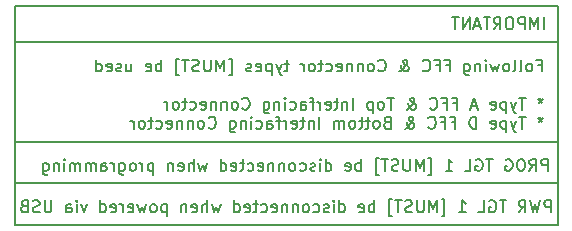
<source format=gbr>
%TF.GenerationSoftware,KiCad,Pcbnew,(6.0.1)*%
%TF.CreationDate,2022-09-26T20:39:57+01:00*%
%TF.ProjectId,psp-bluetooth,7073702d-626c-4756-9574-6f6f74682e6b,4*%
%TF.SameCoordinates,Original*%
%TF.FileFunction,Legend,Bot*%
%TF.FilePolarity,Positive*%
%FSLAX46Y46*%
G04 Gerber Fmt 4.6, Leading zero omitted, Abs format (unit mm)*
G04 Created by KiCad (PCBNEW (6.0.1)) date 2022-09-26 20:39:57*
%MOMM*%
%LPD*%
G01*
G04 APERTURE LIST*
%ADD10C,0.150000*%
G04 APERTURE END LIST*
D10*
X156500000Y-85500000D02*
X110500000Y-85500000D01*
X156500000Y-75000000D02*
X156500000Y-74000000D01*
X110500000Y-74000000D02*
X156500000Y-74000000D01*
X156500000Y-74500000D02*
X156500000Y-92500000D01*
X156500000Y-92500000D02*
X110500000Y-92500000D01*
X110500000Y-92500000D02*
X110500000Y-74000000D01*
X110500000Y-89000000D02*
X156500000Y-89000000D01*
X156500000Y-77000000D02*
X110500000Y-77000000D01*
X110500000Y-85500000D02*
X110500000Y-89000000D01*
X155904761Y-91452380D02*
X155904761Y-90452380D01*
X155523809Y-90452380D01*
X155428571Y-90500000D01*
X155380952Y-90547619D01*
X155333333Y-90642857D01*
X155333333Y-90785714D01*
X155380952Y-90880952D01*
X155428571Y-90928571D01*
X155523809Y-90976190D01*
X155904761Y-90976190D01*
X155000000Y-90452380D02*
X154761904Y-91452380D01*
X154571428Y-90738095D01*
X154380952Y-91452380D01*
X154142857Y-90452380D01*
X153190476Y-91452380D02*
X153523809Y-90976190D01*
X153761904Y-91452380D02*
X153761904Y-90452380D01*
X153380952Y-90452380D01*
X153285714Y-90500000D01*
X153238095Y-90547619D01*
X153190476Y-90642857D01*
X153190476Y-90785714D01*
X153238095Y-90880952D01*
X153285714Y-90928571D01*
X153380952Y-90976190D01*
X153761904Y-90976190D01*
X152142857Y-90452380D02*
X151571428Y-90452380D01*
X151857142Y-91452380D02*
X151857142Y-90452380D01*
X150714285Y-90500000D02*
X150809523Y-90452380D01*
X150952380Y-90452380D01*
X151095238Y-90500000D01*
X151190476Y-90595238D01*
X151238095Y-90690476D01*
X151285714Y-90880952D01*
X151285714Y-91023809D01*
X151238095Y-91214285D01*
X151190476Y-91309523D01*
X151095238Y-91404761D01*
X150952380Y-91452380D01*
X150857142Y-91452380D01*
X150714285Y-91404761D01*
X150666666Y-91357142D01*
X150666666Y-91023809D01*
X150857142Y-91023809D01*
X149761904Y-91452380D02*
X150238095Y-91452380D01*
X150238095Y-90452380D01*
X148142857Y-91452380D02*
X148714285Y-91452380D01*
X148428571Y-91452380D02*
X148428571Y-90452380D01*
X148523809Y-90595238D01*
X148619047Y-90690476D01*
X148714285Y-90738095D01*
X146666666Y-91785714D02*
X146904761Y-91785714D01*
X146904761Y-90357142D01*
X146666666Y-90357142D01*
X146285714Y-91452380D02*
X146285714Y-90452380D01*
X145952380Y-91166666D01*
X145619047Y-90452380D01*
X145619047Y-91452380D01*
X145142857Y-90452380D02*
X145142857Y-91261904D01*
X145095238Y-91357142D01*
X145047619Y-91404761D01*
X144952380Y-91452380D01*
X144761904Y-91452380D01*
X144666666Y-91404761D01*
X144619047Y-91357142D01*
X144571428Y-91261904D01*
X144571428Y-90452380D01*
X144142857Y-91404761D02*
X144000000Y-91452380D01*
X143761904Y-91452380D01*
X143666666Y-91404761D01*
X143619047Y-91357142D01*
X143571428Y-91261904D01*
X143571428Y-91166666D01*
X143619047Y-91071428D01*
X143666666Y-91023809D01*
X143761904Y-90976190D01*
X143952380Y-90928571D01*
X144047619Y-90880952D01*
X144095238Y-90833333D01*
X144142857Y-90738095D01*
X144142857Y-90642857D01*
X144095238Y-90547619D01*
X144047619Y-90500000D01*
X143952380Y-90452380D01*
X143714285Y-90452380D01*
X143571428Y-90500000D01*
X143285714Y-90452380D02*
X142714285Y-90452380D01*
X143000000Y-91452380D02*
X143000000Y-90452380D01*
X142476190Y-91785714D02*
X142238095Y-91785714D01*
X142238095Y-90357142D01*
X142476190Y-90357142D01*
X140952380Y-91452380D02*
X140952380Y-90452380D01*
X140952380Y-90833333D02*
X140857142Y-90785714D01*
X140666666Y-90785714D01*
X140571428Y-90833333D01*
X140523809Y-90880952D01*
X140476190Y-90976190D01*
X140476190Y-91261904D01*
X140523809Y-91357142D01*
X140571428Y-91404761D01*
X140666666Y-91452380D01*
X140857142Y-91452380D01*
X140952380Y-91404761D01*
X139666666Y-91404761D02*
X139761904Y-91452380D01*
X139952380Y-91452380D01*
X140047619Y-91404761D01*
X140095238Y-91309523D01*
X140095238Y-90928571D01*
X140047619Y-90833333D01*
X139952380Y-90785714D01*
X139761904Y-90785714D01*
X139666666Y-90833333D01*
X139619047Y-90928571D01*
X139619047Y-91023809D01*
X140095238Y-91119047D01*
X138000000Y-91452380D02*
X138000000Y-90452380D01*
X138000000Y-91404761D02*
X138095238Y-91452380D01*
X138285714Y-91452380D01*
X138380952Y-91404761D01*
X138428571Y-91357142D01*
X138476190Y-91261904D01*
X138476190Y-90976190D01*
X138428571Y-90880952D01*
X138380952Y-90833333D01*
X138285714Y-90785714D01*
X138095238Y-90785714D01*
X138000000Y-90833333D01*
X137523809Y-91452380D02*
X137523809Y-90785714D01*
X137523809Y-90452380D02*
X137571428Y-90500000D01*
X137523809Y-90547619D01*
X137476190Y-90500000D01*
X137523809Y-90452380D01*
X137523809Y-90547619D01*
X137095238Y-91404761D02*
X137000000Y-91452380D01*
X136809523Y-91452380D01*
X136714285Y-91404761D01*
X136666666Y-91309523D01*
X136666666Y-91261904D01*
X136714285Y-91166666D01*
X136809523Y-91119047D01*
X136952380Y-91119047D01*
X137047619Y-91071428D01*
X137095238Y-90976190D01*
X137095238Y-90928571D01*
X137047619Y-90833333D01*
X136952380Y-90785714D01*
X136809523Y-90785714D01*
X136714285Y-90833333D01*
X135809523Y-91404761D02*
X135904761Y-91452380D01*
X136095238Y-91452380D01*
X136190476Y-91404761D01*
X136238095Y-91357142D01*
X136285714Y-91261904D01*
X136285714Y-90976190D01*
X136238095Y-90880952D01*
X136190476Y-90833333D01*
X136095238Y-90785714D01*
X135904761Y-90785714D01*
X135809523Y-90833333D01*
X135238095Y-91452380D02*
X135333333Y-91404761D01*
X135380952Y-91357142D01*
X135428571Y-91261904D01*
X135428571Y-90976190D01*
X135380952Y-90880952D01*
X135333333Y-90833333D01*
X135238095Y-90785714D01*
X135095238Y-90785714D01*
X135000000Y-90833333D01*
X134952380Y-90880952D01*
X134904761Y-90976190D01*
X134904761Y-91261904D01*
X134952380Y-91357142D01*
X135000000Y-91404761D01*
X135095238Y-91452380D01*
X135238095Y-91452380D01*
X134476190Y-90785714D02*
X134476190Y-91452380D01*
X134476190Y-90880952D02*
X134428571Y-90833333D01*
X134333333Y-90785714D01*
X134190476Y-90785714D01*
X134095238Y-90833333D01*
X134047619Y-90928571D01*
X134047619Y-91452380D01*
X133571428Y-90785714D02*
X133571428Y-91452380D01*
X133571428Y-90880952D02*
X133523809Y-90833333D01*
X133428571Y-90785714D01*
X133285714Y-90785714D01*
X133190476Y-90833333D01*
X133142857Y-90928571D01*
X133142857Y-91452380D01*
X132285714Y-91404761D02*
X132380952Y-91452380D01*
X132571428Y-91452380D01*
X132666666Y-91404761D01*
X132714285Y-91309523D01*
X132714285Y-90928571D01*
X132666666Y-90833333D01*
X132571428Y-90785714D01*
X132380952Y-90785714D01*
X132285714Y-90833333D01*
X132238095Y-90928571D01*
X132238095Y-91023809D01*
X132714285Y-91119047D01*
X131380952Y-91404761D02*
X131476190Y-91452380D01*
X131666666Y-91452380D01*
X131761904Y-91404761D01*
X131809523Y-91357142D01*
X131857142Y-91261904D01*
X131857142Y-90976190D01*
X131809523Y-90880952D01*
X131761904Y-90833333D01*
X131666666Y-90785714D01*
X131476190Y-90785714D01*
X131380952Y-90833333D01*
X131095238Y-90785714D02*
X130714285Y-90785714D01*
X130952380Y-90452380D02*
X130952380Y-91309523D01*
X130904761Y-91404761D01*
X130809523Y-91452380D01*
X130714285Y-91452380D01*
X130000000Y-91404761D02*
X130095238Y-91452380D01*
X130285714Y-91452380D01*
X130380952Y-91404761D01*
X130428571Y-91309523D01*
X130428571Y-90928571D01*
X130380952Y-90833333D01*
X130285714Y-90785714D01*
X130095238Y-90785714D01*
X130000000Y-90833333D01*
X129952380Y-90928571D01*
X129952380Y-91023809D01*
X130428571Y-91119047D01*
X129095238Y-91452380D02*
X129095238Y-90452380D01*
X129095238Y-91404761D02*
X129190476Y-91452380D01*
X129380952Y-91452380D01*
X129476190Y-91404761D01*
X129523809Y-91357142D01*
X129571428Y-91261904D01*
X129571428Y-90976190D01*
X129523809Y-90880952D01*
X129476190Y-90833333D01*
X129380952Y-90785714D01*
X129190476Y-90785714D01*
X129095238Y-90833333D01*
X127952380Y-90785714D02*
X127761904Y-91452380D01*
X127571428Y-90976190D01*
X127380952Y-91452380D01*
X127190476Y-90785714D01*
X126809523Y-91452380D02*
X126809523Y-90452380D01*
X126380952Y-91452380D02*
X126380952Y-90928571D01*
X126428571Y-90833333D01*
X126523809Y-90785714D01*
X126666666Y-90785714D01*
X126761904Y-90833333D01*
X126809523Y-90880952D01*
X125523809Y-91404761D02*
X125619047Y-91452380D01*
X125809523Y-91452380D01*
X125904761Y-91404761D01*
X125952380Y-91309523D01*
X125952380Y-90928571D01*
X125904761Y-90833333D01*
X125809523Y-90785714D01*
X125619047Y-90785714D01*
X125523809Y-90833333D01*
X125476190Y-90928571D01*
X125476190Y-91023809D01*
X125952380Y-91119047D01*
X125047619Y-90785714D02*
X125047619Y-91452380D01*
X125047619Y-90880952D02*
X125000000Y-90833333D01*
X124904761Y-90785714D01*
X124761904Y-90785714D01*
X124666666Y-90833333D01*
X124619047Y-90928571D01*
X124619047Y-91452380D01*
X123380952Y-90785714D02*
X123380952Y-91785714D01*
X123380952Y-90833333D02*
X123285714Y-90785714D01*
X123095238Y-90785714D01*
X123000000Y-90833333D01*
X122952380Y-90880952D01*
X122904761Y-90976190D01*
X122904761Y-91261904D01*
X122952380Y-91357142D01*
X123000000Y-91404761D01*
X123095238Y-91452380D01*
X123285714Y-91452380D01*
X123380952Y-91404761D01*
X122333333Y-91452380D02*
X122428571Y-91404761D01*
X122476190Y-91357142D01*
X122523809Y-91261904D01*
X122523809Y-90976190D01*
X122476190Y-90880952D01*
X122428571Y-90833333D01*
X122333333Y-90785714D01*
X122190476Y-90785714D01*
X122095238Y-90833333D01*
X122047619Y-90880952D01*
X122000000Y-90976190D01*
X122000000Y-91261904D01*
X122047619Y-91357142D01*
X122095238Y-91404761D01*
X122190476Y-91452380D01*
X122333333Y-91452380D01*
X121666666Y-90785714D02*
X121476190Y-91452380D01*
X121285714Y-90976190D01*
X121095238Y-91452380D01*
X120904761Y-90785714D01*
X120142857Y-91404761D02*
X120238095Y-91452380D01*
X120428571Y-91452380D01*
X120523809Y-91404761D01*
X120571428Y-91309523D01*
X120571428Y-90928571D01*
X120523809Y-90833333D01*
X120428571Y-90785714D01*
X120238095Y-90785714D01*
X120142857Y-90833333D01*
X120095238Y-90928571D01*
X120095238Y-91023809D01*
X120571428Y-91119047D01*
X119666666Y-91452380D02*
X119666666Y-90785714D01*
X119666666Y-90976190D02*
X119619047Y-90880952D01*
X119571428Y-90833333D01*
X119476190Y-90785714D01*
X119380952Y-90785714D01*
X118666666Y-91404761D02*
X118761904Y-91452380D01*
X118952380Y-91452380D01*
X119047619Y-91404761D01*
X119095238Y-91309523D01*
X119095238Y-90928571D01*
X119047619Y-90833333D01*
X118952380Y-90785714D01*
X118761904Y-90785714D01*
X118666666Y-90833333D01*
X118619047Y-90928571D01*
X118619047Y-91023809D01*
X119095238Y-91119047D01*
X117761904Y-91452380D02*
X117761904Y-90452380D01*
X117761904Y-91404761D02*
X117857142Y-91452380D01*
X118047619Y-91452380D01*
X118142857Y-91404761D01*
X118190476Y-91357142D01*
X118238095Y-91261904D01*
X118238095Y-90976190D01*
X118190476Y-90880952D01*
X118142857Y-90833333D01*
X118047619Y-90785714D01*
X117857142Y-90785714D01*
X117761904Y-90833333D01*
X116619047Y-90785714D02*
X116380952Y-91452380D01*
X116142857Y-90785714D01*
X115761904Y-91452380D02*
X115761904Y-90785714D01*
X115761904Y-90452380D02*
X115809523Y-90500000D01*
X115761904Y-90547619D01*
X115714285Y-90500000D01*
X115761904Y-90452380D01*
X115761904Y-90547619D01*
X114857142Y-91452380D02*
X114857142Y-90928571D01*
X114904761Y-90833333D01*
X115000000Y-90785714D01*
X115190476Y-90785714D01*
X115285714Y-90833333D01*
X114857142Y-91404761D02*
X114952380Y-91452380D01*
X115190476Y-91452380D01*
X115285714Y-91404761D01*
X115333333Y-91309523D01*
X115333333Y-91214285D01*
X115285714Y-91119047D01*
X115190476Y-91071428D01*
X114952380Y-91071428D01*
X114857142Y-91023809D01*
X113619047Y-90452380D02*
X113619047Y-91261904D01*
X113571428Y-91357142D01*
X113523809Y-91404761D01*
X113428571Y-91452380D01*
X113238095Y-91452380D01*
X113142857Y-91404761D01*
X113095238Y-91357142D01*
X113047619Y-91261904D01*
X113047619Y-90452380D01*
X112619047Y-91404761D02*
X112476190Y-91452380D01*
X112238095Y-91452380D01*
X112142857Y-91404761D01*
X112095238Y-91357142D01*
X112047619Y-91261904D01*
X112047619Y-91166666D01*
X112095238Y-91071428D01*
X112142857Y-91023809D01*
X112238095Y-90976190D01*
X112428571Y-90928571D01*
X112523809Y-90880952D01*
X112571428Y-90833333D01*
X112619047Y-90738095D01*
X112619047Y-90642857D01*
X112571428Y-90547619D01*
X112523809Y-90500000D01*
X112428571Y-90452380D01*
X112190476Y-90452380D01*
X112047619Y-90500000D01*
X111285714Y-90928571D02*
X111142857Y-90976190D01*
X111095238Y-91023809D01*
X111047619Y-91119047D01*
X111047619Y-91261904D01*
X111095238Y-91357142D01*
X111142857Y-91404761D01*
X111238095Y-91452380D01*
X111619047Y-91452380D01*
X111619047Y-90452380D01*
X111285714Y-90452380D01*
X111190476Y-90500000D01*
X111142857Y-90547619D01*
X111095238Y-90642857D01*
X111095238Y-90738095D01*
X111142857Y-90833333D01*
X111190476Y-90880952D01*
X111285714Y-90928571D01*
X111619047Y-90928571D01*
X154831071Y-79013571D02*
X155164404Y-79013571D01*
X155164404Y-79537380D02*
X155164404Y-78537380D01*
X154688214Y-78537380D01*
X154164404Y-79537380D02*
X154259642Y-79489761D01*
X154307261Y-79442142D01*
X154354880Y-79346904D01*
X154354880Y-79061190D01*
X154307261Y-78965952D01*
X154259642Y-78918333D01*
X154164404Y-78870714D01*
X154021547Y-78870714D01*
X153926309Y-78918333D01*
X153878690Y-78965952D01*
X153831071Y-79061190D01*
X153831071Y-79346904D01*
X153878690Y-79442142D01*
X153926309Y-79489761D01*
X154021547Y-79537380D01*
X154164404Y-79537380D01*
X153259642Y-79537380D02*
X153354880Y-79489761D01*
X153402500Y-79394523D01*
X153402500Y-78537380D01*
X152735833Y-79537380D02*
X152831071Y-79489761D01*
X152878690Y-79394523D01*
X152878690Y-78537380D01*
X152212023Y-79537380D02*
X152307261Y-79489761D01*
X152354880Y-79442142D01*
X152402500Y-79346904D01*
X152402500Y-79061190D01*
X152354880Y-78965952D01*
X152307261Y-78918333D01*
X152212023Y-78870714D01*
X152069166Y-78870714D01*
X151973928Y-78918333D01*
X151926309Y-78965952D01*
X151878690Y-79061190D01*
X151878690Y-79346904D01*
X151926309Y-79442142D01*
X151973928Y-79489761D01*
X152069166Y-79537380D01*
X152212023Y-79537380D01*
X151545357Y-78870714D02*
X151354880Y-79537380D01*
X151164404Y-79061190D01*
X150973928Y-79537380D01*
X150783452Y-78870714D01*
X150402500Y-79537380D02*
X150402500Y-78870714D01*
X150402500Y-78537380D02*
X150450119Y-78585000D01*
X150402500Y-78632619D01*
X150354880Y-78585000D01*
X150402500Y-78537380D01*
X150402500Y-78632619D01*
X149926309Y-78870714D02*
X149926309Y-79537380D01*
X149926309Y-78965952D02*
X149878690Y-78918333D01*
X149783452Y-78870714D01*
X149640595Y-78870714D01*
X149545357Y-78918333D01*
X149497738Y-79013571D01*
X149497738Y-79537380D01*
X148592976Y-78870714D02*
X148592976Y-79680238D01*
X148640595Y-79775476D01*
X148688214Y-79823095D01*
X148783452Y-79870714D01*
X148926309Y-79870714D01*
X149021547Y-79823095D01*
X148592976Y-79489761D02*
X148688214Y-79537380D01*
X148878690Y-79537380D01*
X148973928Y-79489761D01*
X149021547Y-79442142D01*
X149069166Y-79346904D01*
X149069166Y-79061190D01*
X149021547Y-78965952D01*
X148973928Y-78918333D01*
X148878690Y-78870714D01*
X148688214Y-78870714D01*
X148592976Y-78918333D01*
X147021547Y-79013571D02*
X147354880Y-79013571D01*
X147354880Y-79537380D02*
X147354880Y-78537380D01*
X146878690Y-78537380D01*
X146164404Y-79013571D02*
X146497738Y-79013571D01*
X146497738Y-79537380D02*
X146497738Y-78537380D01*
X146021547Y-78537380D01*
X145069166Y-79442142D02*
X145116785Y-79489761D01*
X145259642Y-79537380D01*
X145354880Y-79537380D01*
X145497738Y-79489761D01*
X145592976Y-79394523D01*
X145640595Y-79299285D01*
X145688214Y-79108809D01*
X145688214Y-78965952D01*
X145640595Y-78775476D01*
X145592976Y-78680238D01*
X145497738Y-78585000D01*
X145354880Y-78537380D01*
X145259642Y-78537380D01*
X145116785Y-78585000D01*
X145069166Y-78632619D01*
X143069166Y-79537380D02*
X143116785Y-79537380D01*
X143212023Y-79489761D01*
X143354880Y-79346904D01*
X143592976Y-79061190D01*
X143688214Y-78918333D01*
X143735833Y-78775476D01*
X143735833Y-78680238D01*
X143688214Y-78585000D01*
X143592976Y-78537380D01*
X143545357Y-78537380D01*
X143450119Y-78585000D01*
X143402500Y-78680238D01*
X143402500Y-78727857D01*
X143450119Y-78823095D01*
X143497738Y-78870714D01*
X143783452Y-79061190D01*
X143831071Y-79108809D01*
X143878690Y-79204047D01*
X143878690Y-79346904D01*
X143831071Y-79442142D01*
X143783452Y-79489761D01*
X143688214Y-79537380D01*
X143545357Y-79537380D01*
X143450119Y-79489761D01*
X143402500Y-79442142D01*
X143259642Y-79251666D01*
X143212023Y-79108809D01*
X143212023Y-79013571D01*
X141307261Y-79442142D02*
X141354880Y-79489761D01*
X141497738Y-79537380D01*
X141592976Y-79537380D01*
X141735833Y-79489761D01*
X141831071Y-79394523D01*
X141878690Y-79299285D01*
X141926309Y-79108809D01*
X141926309Y-78965952D01*
X141878690Y-78775476D01*
X141831071Y-78680238D01*
X141735833Y-78585000D01*
X141592976Y-78537380D01*
X141497738Y-78537380D01*
X141354880Y-78585000D01*
X141307261Y-78632619D01*
X140735833Y-79537380D02*
X140831071Y-79489761D01*
X140878690Y-79442142D01*
X140926309Y-79346904D01*
X140926309Y-79061190D01*
X140878690Y-78965952D01*
X140831071Y-78918333D01*
X140735833Y-78870714D01*
X140592976Y-78870714D01*
X140497738Y-78918333D01*
X140450119Y-78965952D01*
X140402500Y-79061190D01*
X140402500Y-79346904D01*
X140450119Y-79442142D01*
X140497738Y-79489761D01*
X140592976Y-79537380D01*
X140735833Y-79537380D01*
X139973928Y-78870714D02*
X139973928Y-79537380D01*
X139973928Y-78965952D02*
X139926309Y-78918333D01*
X139831071Y-78870714D01*
X139688214Y-78870714D01*
X139592976Y-78918333D01*
X139545357Y-79013571D01*
X139545357Y-79537380D01*
X139069166Y-78870714D02*
X139069166Y-79537380D01*
X139069166Y-78965952D02*
X139021547Y-78918333D01*
X138926309Y-78870714D01*
X138783452Y-78870714D01*
X138688214Y-78918333D01*
X138640595Y-79013571D01*
X138640595Y-79537380D01*
X137783452Y-79489761D02*
X137878690Y-79537380D01*
X138069166Y-79537380D01*
X138164404Y-79489761D01*
X138212023Y-79394523D01*
X138212023Y-79013571D01*
X138164404Y-78918333D01*
X138069166Y-78870714D01*
X137878690Y-78870714D01*
X137783452Y-78918333D01*
X137735833Y-79013571D01*
X137735833Y-79108809D01*
X138212023Y-79204047D01*
X136878690Y-79489761D02*
X136973928Y-79537380D01*
X137164404Y-79537380D01*
X137259642Y-79489761D01*
X137307261Y-79442142D01*
X137354880Y-79346904D01*
X137354880Y-79061190D01*
X137307261Y-78965952D01*
X137259642Y-78918333D01*
X137164404Y-78870714D01*
X136973928Y-78870714D01*
X136878690Y-78918333D01*
X136592976Y-78870714D02*
X136212023Y-78870714D01*
X136450119Y-78537380D02*
X136450119Y-79394523D01*
X136402500Y-79489761D01*
X136307261Y-79537380D01*
X136212023Y-79537380D01*
X135735833Y-79537380D02*
X135831071Y-79489761D01*
X135878690Y-79442142D01*
X135926309Y-79346904D01*
X135926309Y-79061190D01*
X135878690Y-78965952D01*
X135831071Y-78918333D01*
X135735833Y-78870714D01*
X135592976Y-78870714D01*
X135497738Y-78918333D01*
X135450119Y-78965952D01*
X135402500Y-79061190D01*
X135402500Y-79346904D01*
X135450119Y-79442142D01*
X135497738Y-79489761D01*
X135592976Y-79537380D01*
X135735833Y-79537380D01*
X134973928Y-79537380D02*
X134973928Y-78870714D01*
X134973928Y-79061190D02*
X134926309Y-78965952D01*
X134878690Y-78918333D01*
X134783452Y-78870714D01*
X134688214Y-78870714D01*
X133735833Y-78870714D02*
X133354880Y-78870714D01*
X133592976Y-78537380D02*
X133592976Y-79394523D01*
X133545357Y-79489761D01*
X133450119Y-79537380D01*
X133354880Y-79537380D01*
X133116785Y-78870714D02*
X132878690Y-79537380D01*
X132640595Y-78870714D02*
X132878690Y-79537380D01*
X132973928Y-79775476D01*
X133021547Y-79823095D01*
X133116785Y-79870714D01*
X132259642Y-78870714D02*
X132259642Y-79870714D01*
X132259642Y-78918333D02*
X132164404Y-78870714D01*
X131973928Y-78870714D01*
X131878690Y-78918333D01*
X131831071Y-78965952D01*
X131783452Y-79061190D01*
X131783452Y-79346904D01*
X131831071Y-79442142D01*
X131878690Y-79489761D01*
X131973928Y-79537380D01*
X132164404Y-79537380D01*
X132259642Y-79489761D01*
X130973928Y-79489761D02*
X131069166Y-79537380D01*
X131259642Y-79537380D01*
X131354880Y-79489761D01*
X131402500Y-79394523D01*
X131402500Y-79013571D01*
X131354880Y-78918333D01*
X131259642Y-78870714D01*
X131069166Y-78870714D01*
X130973928Y-78918333D01*
X130926309Y-79013571D01*
X130926309Y-79108809D01*
X131402500Y-79204047D01*
X130545357Y-79489761D02*
X130450119Y-79537380D01*
X130259642Y-79537380D01*
X130164404Y-79489761D01*
X130116785Y-79394523D01*
X130116785Y-79346904D01*
X130164404Y-79251666D01*
X130259642Y-79204047D01*
X130402500Y-79204047D01*
X130497738Y-79156428D01*
X130545357Y-79061190D01*
X130545357Y-79013571D01*
X130497738Y-78918333D01*
X130402500Y-78870714D01*
X130259642Y-78870714D01*
X130164404Y-78918333D01*
X128640595Y-79870714D02*
X128878690Y-79870714D01*
X128878690Y-78442142D01*
X128640595Y-78442142D01*
X128259642Y-79537380D02*
X128259642Y-78537380D01*
X127926309Y-79251666D01*
X127592976Y-78537380D01*
X127592976Y-79537380D01*
X127116785Y-78537380D02*
X127116785Y-79346904D01*
X127069166Y-79442142D01*
X127021547Y-79489761D01*
X126926309Y-79537380D01*
X126735833Y-79537380D01*
X126640595Y-79489761D01*
X126592976Y-79442142D01*
X126545357Y-79346904D01*
X126545357Y-78537380D01*
X126116785Y-79489761D02*
X125973928Y-79537380D01*
X125735833Y-79537380D01*
X125640595Y-79489761D01*
X125592976Y-79442142D01*
X125545357Y-79346904D01*
X125545357Y-79251666D01*
X125592976Y-79156428D01*
X125640595Y-79108809D01*
X125735833Y-79061190D01*
X125926309Y-79013571D01*
X126021547Y-78965952D01*
X126069166Y-78918333D01*
X126116785Y-78823095D01*
X126116785Y-78727857D01*
X126069166Y-78632619D01*
X126021547Y-78585000D01*
X125926309Y-78537380D01*
X125688214Y-78537380D01*
X125545357Y-78585000D01*
X125259642Y-78537380D02*
X124688214Y-78537380D01*
X124973928Y-79537380D02*
X124973928Y-78537380D01*
X124450119Y-79870714D02*
X124212023Y-79870714D01*
X124212023Y-78442142D01*
X124450119Y-78442142D01*
X122926309Y-79537380D02*
X122926309Y-78537380D01*
X122926309Y-78918333D02*
X122831071Y-78870714D01*
X122640595Y-78870714D01*
X122545357Y-78918333D01*
X122497738Y-78965952D01*
X122450119Y-79061190D01*
X122450119Y-79346904D01*
X122497738Y-79442142D01*
X122545357Y-79489761D01*
X122640595Y-79537380D01*
X122831071Y-79537380D01*
X122926309Y-79489761D01*
X121640595Y-79489761D02*
X121735833Y-79537380D01*
X121926309Y-79537380D01*
X122021547Y-79489761D01*
X122069166Y-79394523D01*
X122069166Y-79013571D01*
X122021547Y-78918333D01*
X121926309Y-78870714D01*
X121735833Y-78870714D01*
X121640595Y-78918333D01*
X121592976Y-79013571D01*
X121592976Y-79108809D01*
X122069166Y-79204047D01*
X119973928Y-78870714D02*
X119973928Y-79537380D01*
X120402500Y-78870714D02*
X120402500Y-79394523D01*
X120354880Y-79489761D01*
X120259642Y-79537380D01*
X120116785Y-79537380D01*
X120021547Y-79489761D01*
X119973928Y-79442142D01*
X119545357Y-79489761D02*
X119450119Y-79537380D01*
X119259642Y-79537380D01*
X119164404Y-79489761D01*
X119116785Y-79394523D01*
X119116785Y-79346904D01*
X119164404Y-79251666D01*
X119259642Y-79204047D01*
X119402500Y-79204047D01*
X119497738Y-79156428D01*
X119545357Y-79061190D01*
X119545357Y-79013571D01*
X119497738Y-78918333D01*
X119402500Y-78870714D01*
X119259642Y-78870714D01*
X119164404Y-78918333D01*
X118307261Y-79489761D02*
X118402500Y-79537380D01*
X118592976Y-79537380D01*
X118688214Y-79489761D01*
X118735833Y-79394523D01*
X118735833Y-79013571D01*
X118688214Y-78918333D01*
X118592976Y-78870714D01*
X118402500Y-78870714D01*
X118307261Y-78918333D01*
X118259642Y-79013571D01*
X118259642Y-79108809D01*
X118735833Y-79204047D01*
X117402500Y-79537380D02*
X117402500Y-78537380D01*
X117402500Y-79489761D02*
X117497738Y-79537380D01*
X117688214Y-79537380D01*
X117783452Y-79489761D01*
X117831071Y-79442142D01*
X117878690Y-79346904D01*
X117878690Y-79061190D01*
X117831071Y-78965952D01*
X117783452Y-78918333D01*
X117688214Y-78870714D01*
X117497738Y-78870714D01*
X117402500Y-78918333D01*
X155021547Y-81757380D02*
X155021547Y-81995476D01*
X155259642Y-81900238D02*
X155021547Y-81995476D01*
X154783452Y-81900238D01*
X155164404Y-82185952D02*
X155021547Y-81995476D01*
X154878690Y-82185952D01*
X153783452Y-81757380D02*
X153212023Y-81757380D01*
X153497738Y-82757380D02*
X153497738Y-81757380D01*
X152973928Y-82090714D02*
X152735833Y-82757380D01*
X152497738Y-82090714D02*
X152735833Y-82757380D01*
X152831071Y-82995476D01*
X152878690Y-83043095D01*
X152973928Y-83090714D01*
X152116785Y-82090714D02*
X152116785Y-83090714D01*
X152116785Y-82138333D02*
X152021547Y-82090714D01*
X151831071Y-82090714D01*
X151735833Y-82138333D01*
X151688214Y-82185952D01*
X151640595Y-82281190D01*
X151640595Y-82566904D01*
X151688214Y-82662142D01*
X151735833Y-82709761D01*
X151831071Y-82757380D01*
X152021547Y-82757380D01*
X152116785Y-82709761D01*
X150831071Y-82709761D02*
X150926309Y-82757380D01*
X151116785Y-82757380D01*
X151212023Y-82709761D01*
X151259642Y-82614523D01*
X151259642Y-82233571D01*
X151212023Y-82138333D01*
X151116785Y-82090714D01*
X150926309Y-82090714D01*
X150831071Y-82138333D01*
X150783452Y-82233571D01*
X150783452Y-82328809D01*
X151259642Y-82424047D01*
X149640595Y-82471666D02*
X149164404Y-82471666D01*
X149735833Y-82757380D02*
X149402500Y-81757380D01*
X149069166Y-82757380D01*
X147640595Y-82233571D02*
X147973928Y-82233571D01*
X147973928Y-82757380D02*
X147973928Y-81757380D01*
X147497738Y-81757380D01*
X146783452Y-82233571D02*
X147116785Y-82233571D01*
X147116785Y-82757380D02*
X147116785Y-81757380D01*
X146640595Y-81757380D01*
X145688214Y-82662142D02*
X145735833Y-82709761D01*
X145878690Y-82757380D01*
X145973928Y-82757380D01*
X146116785Y-82709761D01*
X146212023Y-82614523D01*
X146259642Y-82519285D01*
X146307261Y-82328809D01*
X146307261Y-82185952D01*
X146259642Y-81995476D01*
X146212023Y-81900238D01*
X146116785Y-81805000D01*
X145973928Y-81757380D01*
X145878690Y-81757380D01*
X145735833Y-81805000D01*
X145688214Y-81852619D01*
X143688214Y-82757380D02*
X143735833Y-82757380D01*
X143831071Y-82709761D01*
X143973928Y-82566904D01*
X144212023Y-82281190D01*
X144307261Y-82138333D01*
X144354880Y-81995476D01*
X144354880Y-81900238D01*
X144307261Y-81805000D01*
X144212023Y-81757380D01*
X144164404Y-81757380D01*
X144069166Y-81805000D01*
X144021547Y-81900238D01*
X144021547Y-81947857D01*
X144069166Y-82043095D01*
X144116785Y-82090714D01*
X144402500Y-82281190D01*
X144450119Y-82328809D01*
X144497738Y-82424047D01*
X144497738Y-82566904D01*
X144450119Y-82662142D01*
X144402500Y-82709761D01*
X144307261Y-82757380D01*
X144164404Y-82757380D01*
X144069166Y-82709761D01*
X144021547Y-82662142D01*
X143878690Y-82471666D01*
X143831071Y-82328809D01*
X143831071Y-82233571D01*
X142640595Y-81757380D02*
X142069166Y-81757380D01*
X142354880Y-82757380D02*
X142354880Y-81757380D01*
X141592976Y-82757380D02*
X141688214Y-82709761D01*
X141735833Y-82662142D01*
X141783452Y-82566904D01*
X141783452Y-82281190D01*
X141735833Y-82185952D01*
X141688214Y-82138333D01*
X141592976Y-82090714D01*
X141450119Y-82090714D01*
X141354880Y-82138333D01*
X141307261Y-82185952D01*
X141259642Y-82281190D01*
X141259642Y-82566904D01*
X141307261Y-82662142D01*
X141354880Y-82709761D01*
X141450119Y-82757380D01*
X141592976Y-82757380D01*
X140831071Y-82090714D02*
X140831071Y-83090714D01*
X140831071Y-82138333D02*
X140735833Y-82090714D01*
X140545357Y-82090714D01*
X140450119Y-82138333D01*
X140402500Y-82185952D01*
X140354880Y-82281190D01*
X140354880Y-82566904D01*
X140402500Y-82662142D01*
X140450119Y-82709761D01*
X140545357Y-82757380D01*
X140735833Y-82757380D01*
X140831071Y-82709761D01*
X139164404Y-82757380D02*
X139164404Y-81757380D01*
X138688214Y-82090714D02*
X138688214Y-82757380D01*
X138688214Y-82185952D02*
X138640595Y-82138333D01*
X138545357Y-82090714D01*
X138402500Y-82090714D01*
X138307261Y-82138333D01*
X138259642Y-82233571D01*
X138259642Y-82757380D01*
X137926309Y-82090714D02*
X137545357Y-82090714D01*
X137783452Y-81757380D02*
X137783452Y-82614523D01*
X137735833Y-82709761D01*
X137640595Y-82757380D01*
X137545357Y-82757380D01*
X136831071Y-82709761D02*
X136926309Y-82757380D01*
X137116785Y-82757380D01*
X137212023Y-82709761D01*
X137259642Y-82614523D01*
X137259642Y-82233571D01*
X137212023Y-82138333D01*
X137116785Y-82090714D01*
X136926309Y-82090714D01*
X136831071Y-82138333D01*
X136783452Y-82233571D01*
X136783452Y-82328809D01*
X137259642Y-82424047D01*
X136354880Y-82757380D02*
X136354880Y-82090714D01*
X136354880Y-82281190D02*
X136307261Y-82185952D01*
X136259642Y-82138333D01*
X136164404Y-82090714D01*
X136069166Y-82090714D01*
X135878690Y-82090714D02*
X135497738Y-82090714D01*
X135735833Y-82757380D02*
X135735833Y-81900238D01*
X135688214Y-81805000D01*
X135592976Y-81757380D01*
X135497738Y-81757380D01*
X134735833Y-82757380D02*
X134735833Y-82233571D01*
X134783452Y-82138333D01*
X134878690Y-82090714D01*
X135069166Y-82090714D01*
X135164404Y-82138333D01*
X134735833Y-82709761D02*
X134831071Y-82757380D01*
X135069166Y-82757380D01*
X135164404Y-82709761D01*
X135212023Y-82614523D01*
X135212023Y-82519285D01*
X135164404Y-82424047D01*
X135069166Y-82376428D01*
X134831071Y-82376428D01*
X134735833Y-82328809D01*
X133831071Y-82709761D02*
X133926309Y-82757380D01*
X134116785Y-82757380D01*
X134212023Y-82709761D01*
X134259642Y-82662142D01*
X134307261Y-82566904D01*
X134307261Y-82281190D01*
X134259642Y-82185952D01*
X134212023Y-82138333D01*
X134116785Y-82090714D01*
X133926309Y-82090714D01*
X133831071Y-82138333D01*
X133402500Y-82757380D02*
X133402500Y-82090714D01*
X133402500Y-81757380D02*
X133450119Y-81805000D01*
X133402500Y-81852619D01*
X133354880Y-81805000D01*
X133402500Y-81757380D01*
X133402500Y-81852619D01*
X132926309Y-82090714D02*
X132926309Y-82757380D01*
X132926309Y-82185952D02*
X132878690Y-82138333D01*
X132783452Y-82090714D01*
X132640595Y-82090714D01*
X132545357Y-82138333D01*
X132497738Y-82233571D01*
X132497738Y-82757380D01*
X131592976Y-82090714D02*
X131592976Y-82900238D01*
X131640595Y-82995476D01*
X131688214Y-83043095D01*
X131783452Y-83090714D01*
X131926309Y-83090714D01*
X132021547Y-83043095D01*
X131592976Y-82709761D02*
X131688214Y-82757380D01*
X131878690Y-82757380D01*
X131973928Y-82709761D01*
X132021547Y-82662142D01*
X132069166Y-82566904D01*
X132069166Y-82281190D01*
X132021547Y-82185952D01*
X131973928Y-82138333D01*
X131878690Y-82090714D01*
X131688214Y-82090714D01*
X131592976Y-82138333D01*
X129783452Y-82662142D02*
X129831071Y-82709761D01*
X129973928Y-82757380D01*
X130069166Y-82757380D01*
X130212023Y-82709761D01*
X130307261Y-82614523D01*
X130354880Y-82519285D01*
X130402500Y-82328809D01*
X130402500Y-82185952D01*
X130354880Y-81995476D01*
X130307261Y-81900238D01*
X130212023Y-81805000D01*
X130069166Y-81757380D01*
X129973928Y-81757380D01*
X129831071Y-81805000D01*
X129783452Y-81852619D01*
X129212023Y-82757380D02*
X129307261Y-82709761D01*
X129354880Y-82662142D01*
X129402500Y-82566904D01*
X129402500Y-82281190D01*
X129354880Y-82185952D01*
X129307261Y-82138333D01*
X129212023Y-82090714D01*
X129069166Y-82090714D01*
X128973928Y-82138333D01*
X128926309Y-82185952D01*
X128878690Y-82281190D01*
X128878690Y-82566904D01*
X128926309Y-82662142D01*
X128973928Y-82709761D01*
X129069166Y-82757380D01*
X129212023Y-82757380D01*
X128450119Y-82090714D02*
X128450119Y-82757380D01*
X128450119Y-82185952D02*
X128402500Y-82138333D01*
X128307261Y-82090714D01*
X128164404Y-82090714D01*
X128069166Y-82138333D01*
X128021547Y-82233571D01*
X128021547Y-82757380D01*
X127545357Y-82090714D02*
X127545357Y-82757380D01*
X127545357Y-82185952D02*
X127497738Y-82138333D01*
X127402500Y-82090714D01*
X127259642Y-82090714D01*
X127164404Y-82138333D01*
X127116785Y-82233571D01*
X127116785Y-82757380D01*
X126259642Y-82709761D02*
X126354880Y-82757380D01*
X126545357Y-82757380D01*
X126640595Y-82709761D01*
X126688214Y-82614523D01*
X126688214Y-82233571D01*
X126640595Y-82138333D01*
X126545357Y-82090714D01*
X126354880Y-82090714D01*
X126259642Y-82138333D01*
X126212023Y-82233571D01*
X126212023Y-82328809D01*
X126688214Y-82424047D01*
X125354880Y-82709761D02*
X125450119Y-82757380D01*
X125640595Y-82757380D01*
X125735833Y-82709761D01*
X125783452Y-82662142D01*
X125831071Y-82566904D01*
X125831071Y-82281190D01*
X125783452Y-82185952D01*
X125735833Y-82138333D01*
X125640595Y-82090714D01*
X125450119Y-82090714D01*
X125354880Y-82138333D01*
X125069166Y-82090714D02*
X124688214Y-82090714D01*
X124926309Y-81757380D02*
X124926309Y-82614523D01*
X124878690Y-82709761D01*
X124783452Y-82757380D01*
X124688214Y-82757380D01*
X124212023Y-82757380D02*
X124307261Y-82709761D01*
X124354880Y-82662142D01*
X124402500Y-82566904D01*
X124402500Y-82281190D01*
X124354880Y-82185952D01*
X124307261Y-82138333D01*
X124212023Y-82090714D01*
X124069166Y-82090714D01*
X123973928Y-82138333D01*
X123926309Y-82185952D01*
X123878690Y-82281190D01*
X123878690Y-82566904D01*
X123926309Y-82662142D01*
X123973928Y-82709761D01*
X124069166Y-82757380D01*
X124212023Y-82757380D01*
X123450119Y-82757380D02*
X123450119Y-82090714D01*
X123450119Y-82281190D02*
X123402500Y-82185952D01*
X123354880Y-82138333D01*
X123259642Y-82090714D01*
X123164404Y-82090714D01*
X155021547Y-83367380D02*
X155021547Y-83605476D01*
X155259642Y-83510238D02*
X155021547Y-83605476D01*
X154783452Y-83510238D01*
X155164404Y-83795952D02*
X155021547Y-83605476D01*
X154878690Y-83795952D01*
X153783452Y-83367380D02*
X153212023Y-83367380D01*
X153497738Y-84367380D02*
X153497738Y-83367380D01*
X152973928Y-83700714D02*
X152735833Y-84367380D01*
X152497738Y-83700714D02*
X152735833Y-84367380D01*
X152831071Y-84605476D01*
X152878690Y-84653095D01*
X152973928Y-84700714D01*
X152116785Y-83700714D02*
X152116785Y-84700714D01*
X152116785Y-83748333D02*
X152021547Y-83700714D01*
X151831071Y-83700714D01*
X151735833Y-83748333D01*
X151688214Y-83795952D01*
X151640595Y-83891190D01*
X151640595Y-84176904D01*
X151688214Y-84272142D01*
X151735833Y-84319761D01*
X151831071Y-84367380D01*
X152021547Y-84367380D01*
X152116785Y-84319761D01*
X150831071Y-84319761D02*
X150926309Y-84367380D01*
X151116785Y-84367380D01*
X151212023Y-84319761D01*
X151259642Y-84224523D01*
X151259642Y-83843571D01*
X151212023Y-83748333D01*
X151116785Y-83700714D01*
X150926309Y-83700714D01*
X150831071Y-83748333D01*
X150783452Y-83843571D01*
X150783452Y-83938809D01*
X151259642Y-84034047D01*
X149592976Y-84367380D02*
X149592976Y-83367380D01*
X149354880Y-83367380D01*
X149212023Y-83415000D01*
X149116785Y-83510238D01*
X149069166Y-83605476D01*
X149021547Y-83795952D01*
X149021547Y-83938809D01*
X149069166Y-84129285D01*
X149116785Y-84224523D01*
X149212023Y-84319761D01*
X149354880Y-84367380D01*
X149592976Y-84367380D01*
X147497738Y-83843571D02*
X147831071Y-83843571D01*
X147831071Y-84367380D02*
X147831071Y-83367380D01*
X147354880Y-83367380D01*
X146640595Y-83843571D02*
X146973928Y-83843571D01*
X146973928Y-84367380D02*
X146973928Y-83367380D01*
X146497738Y-83367380D01*
X145545357Y-84272142D02*
X145592976Y-84319761D01*
X145735833Y-84367380D01*
X145831071Y-84367380D01*
X145973928Y-84319761D01*
X146069166Y-84224523D01*
X146116785Y-84129285D01*
X146164404Y-83938809D01*
X146164404Y-83795952D01*
X146116785Y-83605476D01*
X146069166Y-83510238D01*
X145973928Y-83415000D01*
X145831071Y-83367380D01*
X145735833Y-83367380D01*
X145592976Y-83415000D01*
X145545357Y-83462619D01*
X143545357Y-84367380D02*
X143592976Y-84367380D01*
X143688214Y-84319761D01*
X143831071Y-84176904D01*
X144069166Y-83891190D01*
X144164404Y-83748333D01*
X144212023Y-83605476D01*
X144212023Y-83510238D01*
X144164404Y-83415000D01*
X144069166Y-83367380D01*
X144021547Y-83367380D01*
X143926309Y-83415000D01*
X143878690Y-83510238D01*
X143878690Y-83557857D01*
X143926309Y-83653095D01*
X143973928Y-83700714D01*
X144259642Y-83891190D01*
X144307261Y-83938809D01*
X144354880Y-84034047D01*
X144354880Y-84176904D01*
X144307261Y-84272142D01*
X144259642Y-84319761D01*
X144164404Y-84367380D01*
X144021547Y-84367380D01*
X143926309Y-84319761D01*
X143878690Y-84272142D01*
X143735833Y-84081666D01*
X143688214Y-83938809D01*
X143688214Y-83843571D01*
X142021547Y-83843571D02*
X141878690Y-83891190D01*
X141831071Y-83938809D01*
X141783452Y-84034047D01*
X141783452Y-84176904D01*
X141831071Y-84272142D01*
X141878690Y-84319761D01*
X141973928Y-84367380D01*
X142354880Y-84367380D01*
X142354880Y-83367380D01*
X142021547Y-83367380D01*
X141926309Y-83415000D01*
X141878690Y-83462619D01*
X141831071Y-83557857D01*
X141831071Y-83653095D01*
X141878690Y-83748333D01*
X141926309Y-83795952D01*
X142021547Y-83843571D01*
X142354880Y-83843571D01*
X141212023Y-84367380D02*
X141307261Y-84319761D01*
X141354880Y-84272142D01*
X141402500Y-84176904D01*
X141402500Y-83891190D01*
X141354880Y-83795952D01*
X141307261Y-83748333D01*
X141212023Y-83700714D01*
X141069166Y-83700714D01*
X140973928Y-83748333D01*
X140926309Y-83795952D01*
X140878690Y-83891190D01*
X140878690Y-84176904D01*
X140926309Y-84272142D01*
X140973928Y-84319761D01*
X141069166Y-84367380D01*
X141212023Y-84367380D01*
X140592976Y-83700714D02*
X140212023Y-83700714D01*
X140450119Y-83367380D02*
X140450119Y-84224523D01*
X140402500Y-84319761D01*
X140307261Y-84367380D01*
X140212023Y-84367380D01*
X140021547Y-83700714D02*
X139640595Y-83700714D01*
X139878690Y-83367380D02*
X139878690Y-84224523D01*
X139831071Y-84319761D01*
X139735833Y-84367380D01*
X139640595Y-84367380D01*
X139164404Y-84367380D02*
X139259642Y-84319761D01*
X139307261Y-84272142D01*
X139354880Y-84176904D01*
X139354880Y-83891190D01*
X139307261Y-83795952D01*
X139259642Y-83748333D01*
X139164404Y-83700714D01*
X139021547Y-83700714D01*
X138926309Y-83748333D01*
X138878690Y-83795952D01*
X138831071Y-83891190D01*
X138831071Y-84176904D01*
X138878690Y-84272142D01*
X138926309Y-84319761D01*
X139021547Y-84367380D01*
X139164404Y-84367380D01*
X138402500Y-84367380D02*
X138402500Y-83700714D01*
X138402500Y-83795952D02*
X138354880Y-83748333D01*
X138259642Y-83700714D01*
X138116785Y-83700714D01*
X138021547Y-83748333D01*
X137973928Y-83843571D01*
X137973928Y-84367380D01*
X137973928Y-83843571D02*
X137926309Y-83748333D01*
X137831071Y-83700714D01*
X137688214Y-83700714D01*
X137592976Y-83748333D01*
X137545357Y-83843571D01*
X137545357Y-84367380D01*
X136307261Y-84367380D02*
X136307261Y-83367380D01*
X135831071Y-83700714D02*
X135831071Y-84367380D01*
X135831071Y-83795952D02*
X135783452Y-83748333D01*
X135688214Y-83700714D01*
X135545357Y-83700714D01*
X135450119Y-83748333D01*
X135402500Y-83843571D01*
X135402500Y-84367380D01*
X135069166Y-83700714D02*
X134688214Y-83700714D01*
X134926309Y-83367380D02*
X134926309Y-84224523D01*
X134878690Y-84319761D01*
X134783452Y-84367380D01*
X134688214Y-84367380D01*
X133973928Y-84319761D02*
X134069166Y-84367380D01*
X134259642Y-84367380D01*
X134354880Y-84319761D01*
X134402500Y-84224523D01*
X134402500Y-83843571D01*
X134354880Y-83748333D01*
X134259642Y-83700714D01*
X134069166Y-83700714D01*
X133973928Y-83748333D01*
X133926309Y-83843571D01*
X133926309Y-83938809D01*
X134402500Y-84034047D01*
X133497738Y-84367380D02*
X133497738Y-83700714D01*
X133497738Y-83891190D02*
X133450119Y-83795952D01*
X133402500Y-83748333D01*
X133307261Y-83700714D01*
X133212023Y-83700714D01*
X133021547Y-83700714D02*
X132640595Y-83700714D01*
X132878690Y-84367380D02*
X132878690Y-83510238D01*
X132831071Y-83415000D01*
X132735833Y-83367380D01*
X132640595Y-83367380D01*
X131878690Y-84367380D02*
X131878690Y-83843571D01*
X131926309Y-83748333D01*
X132021547Y-83700714D01*
X132212023Y-83700714D01*
X132307261Y-83748333D01*
X131878690Y-84319761D02*
X131973928Y-84367380D01*
X132212023Y-84367380D01*
X132307261Y-84319761D01*
X132354880Y-84224523D01*
X132354880Y-84129285D01*
X132307261Y-84034047D01*
X132212023Y-83986428D01*
X131973928Y-83986428D01*
X131878690Y-83938809D01*
X130973928Y-84319761D02*
X131069166Y-84367380D01*
X131259642Y-84367380D01*
X131354880Y-84319761D01*
X131402500Y-84272142D01*
X131450119Y-84176904D01*
X131450119Y-83891190D01*
X131402500Y-83795952D01*
X131354880Y-83748333D01*
X131259642Y-83700714D01*
X131069166Y-83700714D01*
X130973928Y-83748333D01*
X130545357Y-84367380D02*
X130545357Y-83700714D01*
X130545357Y-83367380D02*
X130592976Y-83415000D01*
X130545357Y-83462619D01*
X130497738Y-83415000D01*
X130545357Y-83367380D01*
X130545357Y-83462619D01*
X130069166Y-83700714D02*
X130069166Y-84367380D01*
X130069166Y-83795952D02*
X130021547Y-83748333D01*
X129926309Y-83700714D01*
X129783452Y-83700714D01*
X129688214Y-83748333D01*
X129640595Y-83843571D01*
X129640595Y-84367380D01*
X128735833Y-83700714D02*
X128735833Y-84510238D01*
X128783452Y-84605476D01*
X128831071Y-84653095D01*
X128926309Y-84700714D01*
X129069166Y-84700714D01*
X129164404Y-84653095D01*
X128735833Y-84319761D02*
X128831071Y-84367380D01*
X129021547Y-84367380D01*
X129116785Y-84319761D01*
X129164404Y-84272142D01*
X129212023Y-84176904D01*
X129212023Y-83891190D01*
X129164404Y-83795952D01*
X129116785Y-83748333D01*
X129021547Y-83700714D01*
X128831071Y-83700714D01*
X128735833Y-83748333D01*
X126926309Y-84272142D02*
X126973928Y-84319761D01*
X127116785Y-84367380D01*
X127212023Y-84367380D01*
X127354880Y-84319761D01*
X127450119Y-84224523D01*
X127497738Y-84129285D01*
X127545357Y-83938809D01*
X127545357Y-83795952D01*
X127497738Y-83605476D01*
X127450119Y-83510238D01*
X127354880Y-83415000D01*
X127212023Y-83367380D01*
X127116785Y-83367380D01*
X126973928Y-83415000D01*
X126926309Y-83462619D01*
X126354880Y-84367380D02*
X126450119Y-84319761D01*
X126497738Y-84272142D01*
X126545357Y-84176904D01*
X126545357Y-83891190D01*
X126497738Y-83795952D01*
X126450119Y-83748333D01*
X126354880Y-83700714D01*
X126212023Y-83700714D01*
X126116785Y-83748333D01*
X126069166Y-83795952D01*
X126021547Y-83891190D01*
X126021547Y-84176904D01*
X126069166Y-84272142D01*
X126116785Y-84319761D01*
X126212023Y-84367380D01*
X126354880Y-84367380D01*
X125592976Y-83700714D02*
X125592976Y-84367380D01*
X125592976Y-83795952D02*
X125545357Y-83748333D01*
X125450119Y-83700714D01*
X125307261Y-83700714D01*
X125212023Y-83748333D01*
X125164404Y-83843571D01*
X125164404Y-84367380D01*
X124688214Y-83700714D02*
X124688214Y-84367380D01*
X124688214Y-83795952D02*
X124640595Y-83748333D01*
X124545357Y-83700714D01*
X124402500Y-83700714D01*
X124307261Y-83748333D01*
X124259642Y-83843571D01*
X124259642Y-84367380D01*
X123402500Y-84319761D02*
X123497738Y-84367380D01*
X123688214Y-84367380D01*
X123783452Y-84319761D01*
X123831071Y-84224523D01*
X123831071Y-83843571D01*
X123783452Y-83748333D01*
X123688214Y-83700714D01*
X123497738Y-83700714D01*
X123402500Y-83748333D01*
X123354880Y-83843571D01*
X123354880Y-83938809D01*
X123831071Y-84034047D01*
X122497738Y-84319761D02*
X122592976Y-84367380D01*
X122783452Y-84367380D01*
X122878690Y-84319761D01*
X122926309Y-84272142D01*
X122973928Y-84176904D01*
X122973928Y-83891190D01*
X122926309Y-83795952D01*
X122878690Y-83748333D01*
X122783452Y-83700714D01*
X122592976Y-83700714D01*
X122497738Y-83748333D01*
X122212023Y-83700714D02*
X121831071Y-83700714D01*
X122069166Y-83367380D02*
X122069166Y-84224523D01*
X122021547Y-84319761D01*
X121926309Y-84367380D01*
X121831071Y-84367380D01*
X121354880Y-84367380D02*
X121450119Y-84319761D01*
X121497738Y-84272142D01*
X121545357Y-84176904D01*
X121545357Y-83891190D01*
X121497738Y-83795952D01*
X121450119Y-83748333D01*
X121354880Y-83700714D01*
X121212023Y-83700714D01*
X121116785Y-83748333D01*
X121069166Y-83795952D01*
X121021547Y-83891190D01*
X121021547Y-84176904D01*
X121069166Y-84272142D01*
X121116785Y-84319761D01*
X121212023Y-84367380D01*
X121354880Y-84367380D01*
X120592976Y-84367380D02*
X120592976Y-83700714D01*
X120592976Y-83891190D02*
X120545357Y-83795952D01*
X120497738Y-83748333D01*
X120402500Y-83700714D01*
X120307261Y-83700714D01*
X155664404Y-87952380D02*
X155664404Y-86952380D01*
X155283452Y-86952380D01*
X155188214Y-87000000D01*
X155140595Y-87047619D01*
X155092976Y-87142857D01*
X155092976Y-87285714D01*
X155140595Y-87380952D01*
X155188214Y-87428571D01*
X155283452Y-87476190D01*
X155664404Y-87476190D01*
X154092976Y-87952380D02*
X154426309Y-87476190D01*
X154664404Y-87952380D02*
X154664404Y-86952380D01*
X154283452Y-86952380D01*
X154188214Y-87000000D01*
X154140595Y-87047619D01*
X154092976Y-87142857D01*
X154092976Y-87285714D01*
X154140595Y-87380952D01*
X154188214Y-87428571D01*
X154283452Y-87476190D01*
X154664404Y-87476190D01*
X153473928Y-86952380D02*
X153283452Y-86952380D01*
X153188214Y-87000000D01*
X153092976Y-87095238D01*
X153045357Y-87285714D01*
X153045357Y-87619047D01*
X153092976Y-87809523D01*
X153188214Y-87904761D01*
X153283452Y-87952380D01*
X153473928Y-87952380D01*
X153569166Y-87904761D01*
X153664404Y-87809523D01*
X153712023Y-87619047D01*
X153712023Y-87285714D01*
X153664404Y-87095238D01*
X153569166Y-87000000D01*
X153473928Y-86952380D01*
X152092976Y-87000000D02*
X152188214Y-86952380D01*
X152331071Y-86952380D01*
X152473928Y-87000000D01*
X152569166Y-87095238D01*
X152616785Y-87190476D01*
X152664404Y-87380952D01*
X152664404Y-87523809D01*
X152616785Y-87714285D01*
X152569166Y-87809523D01*
X152473928Y-87904761D01*
X152331071Y-87952380D01*
X152235833Y-87952380D01*
X152092976Y-87904761D01*
X152045357Y-87857142D01*
X152045357Y-87523809D01*
X152235833Y-87523809D01*
X150997738Y-86952380D02*
X150426309Y-86952380D01*
X150712023Y-87952380D02*
X150712023Y-86952380D01*
X149569166Y-87000000D02*
X149664404Y-86952380D01*
X149807261Y-86952380D01*
X149950119Y-87000000D01*
X150045357Y-87095238D01*
X150092976Y-87190476D01*
X150140595Y-87380952D01*
X150140595Y-87523809D01*
X150092976Y-87714285D01*
X150045357Y-87809523D01*
X149950119Y-87904761D01*
X149807261Y-87952380D01*
X149712023Y-87952380D01*
X149569166Y-87904761D01*
X149521547Y-87857142D01*
X149521547Y-87523809D01*
X149712023Y-87523809D01*
X148616785Y-87952380D02*
X149092976Y-87952380D01*
X149092976Y-86952380D01*
X146997738Y-87952380D02*
X147569166Y-87952380D01*
X147283452Y-87952380D02*
X147283452Y-86952380D01*
X147378690Y-87095238D01*
X147473928Y-87190476D01*
X147569166Y-87238095D01*
X145521547Y-88285714D02*
X145759642Y-88285714D01*
X145759642Y-86857142D01*
X145521547Y-86857142D01*
X145140595Y-87952380D02*
X145140595Y-86952380D01*
X144807261Y-87666666D01*
X144473928Y-86952380D01*
X144473928Y-87952380D01*
X143997738Y-86952380D02*
X143997738Y-87761904D01*
X143950119Y-87857142D01*
X143902500Y-87904761D01*
X143807261Y-87952380D01*
X143616785Y-87952380D01*
X143521547Y-87904761D01*
X143473928Y-87857142D01*
X143426309Y-87761904D01*
X143426309Y-86952380D01*
X142997738Y-87904761D02*
X142854880Y-87952380D01*
X142616785Y-87952380D01*
X142521547Y-87904761D01*
X142473928Y-87857142D01*
X142426309Y-87761904D01*
X142426309Y-87666666D01*
X142473928Y-87571428D01*
X142521547Y-87523809D01*
X142616785Y-87476190D01*
X142807261Y-87428571D01*
X142902500Y-87380952D01*
X142950119Y-87333333D01*
X142997738Y-87238095D01*
X142997738Y-87142857D01*
X142950119Y-87047619D01*
X142902500Y-87000000D01*
X142807261Y-86952380D01*
X142569166Y-86952380D01*
X142426309Y-87000000D01*
X142140595Y-86952380D02*
X141569166Y-86952380D01*
X141854880Y-87952380D02*
X141854880Y-86952380D01*
X141331071Y-88285714D02*
X141092976Y-88285714D01*
X141092976Y-86857142D01*
X141331071Y-86857142D01*
X139807261Y-87952380D02*
X139807261Y-86952380D01*
X139807261Y-87333333D02*
X139712023Y-87285714D01*
X139521547Y-87285714D01*
X139426309Y-87333333D01*
X139378690Y-87380952D01*
X139331071Y-87476190D01*
X139331071Y-87761904D01*
X139378690Y-87857142D01*
X139426309Y-87904761D01*
X139521547Y-87952380D01*
X139712023Y-87952380D01*
X139807261Y-87904761D01*
X138521547Y-87904761D02*
X138616785Y-87952380D01*
X138807261Y-87952380D01*
X138902500Y-87904761D01*
X138950119Y-87809523D01*
X138950119Y-87428571D01*
X138902500Y-87333333D01*
X138807261Y-87285714D01*
X138616785Y-87285714D01*
X138521547Y-87333333D01*
X138473928Y-87428571D01*
X138473928Y-87523809D01*
X138950119Y-87619047D01*
X136854880Y-87952380D02*
X136854880Y-86952380D01*
X136854880Y-87904761D02*
X136950119Y-87952380D01*
X137140595Y-87952380D01*
X137235833Y-87904761D01*
X137283452Y-87857142D01*
X137331071Y-87761904D01*
X137331071Y-87476190D01*
X137283452Y-87380952D01*
X137235833Y-87333333D01*
X137140595Y-87285714D01*
X136950119Y-87285714D01*
X136854880Y-87333333D01*
X136378690Y-87952380D02*
X136378690Y-87285714D01*
X136378690Y-86952380D02*
X136426309Y-87000000D01*
X136378690Y-87047619D01*
X136331071Y-87000000D01*
X136378690Y-86952380D01*
X136378690Y-87047619D01*
X135950119Y-87904761D02*
X135854880Y-87952380D01*
X135664404Y-87952380D01*
X135569166Y-87904761D01*
X135521547Y-87809523D01*
X135521547Y-87761904D01*
X135569166Y-87666666D01*
X135664404Y-87619047D01*
X135807261Y-87619047D01*
X135902500Y-87571428D01*
X135950119Y-87476190D01*
X135950119Y-87428571D01*
X135902500Y-87333333D01*
X135807261Y-87285714D01*
X135664404Y-87285714D01*
X135569166Y-87333333D01*
X134664404Y-87904761D02*
X134759642Y-87952380D01*
X134950119Y-87952380D01*
X135045357Y-87904761D01*
X135092976Y-87857142D01*
X135140595Y-87761904D01*
X135140595Y-87476190D01*
X135092976Y-87380952D01*
X135045357Y-87333333D01*
X134950119Y-87285714D01*
X134759642Y-87285714D01*
X134664404Y-87333333D01*
X134092976Y-87952380D02*
X134188214Y-87904761D01*
X134235833Y-87857142D01*
X134283452Y-87761904D01*
X134283452Y-87476190D01*
X134235833Y-87380952D01*
X134188214Y-87333333D01*
X134092976Y-87285714D01*
X133950119Y-87285714D01*
X133854880Y-87333333D01*
X133807261Y-87380952D01*
X133759642Y-87476190D01*
X133759642Y-87761904D01*
X133807261Y-87857142D01*
X133854880Y-87904761D01*
X133950119Y-87952380D01*
X134092976Y-87952380D01*
X133331071Y-87285714D02*
X133331071Y-87952380D01*
X133331071Y-87380952D02*
X133283452Y-87333333D01*
X133188214Y-87285714D01*
X133045357Y-87285714D01*
X132950119Y-87333333D01*
X132902500Y-87428571D01*
X132902500Y-87952380D01*
X132426309Y-87285714D02*
X132426309Y-87952380D01*
X132426309Y-87380952D02*
X132378690Y-87333333D01*
X132283452Y-87285714D01*
X132140595Y-87285714D01*
X132045357Y-87333333D01*
X131997738Y-87428571D01*
X131997738Y-87952380D01*
X131140595Y-87904761D02*
X131235833Y-87952380D01*
X131426309Y-87952380D01*
X131521547Y-87904761D01*
X131569166Y-87809523D01*
X131569166Y-87428571D01*
X131521547Y-87333333D01*
X131426309Y-87285714D01*
X131235833Y-87285714D01*
X131140595Y-87333333D01*
X131092976Y-87428571D01*
X131092976Y-87523809D01*
X131569166Y-87619047D01*
X130235833Y-87904761D02*
X130331071Y-87952380D01*
X130521547Y-87952380D01*
X130616785Y-87904761D01*
X130664404Y-87857142D01*
X130712023Y-87761904D01*
X130712023Y-87476190D01*
X130664404Y-87380952D01*
X130616785Y-87333333D01*
X130521547Y-87285714D01*
X130331071Y-87285714D01*
X130235833Y-87333333D01*
X129950119Y-87285714D02*
X129569166Y-87285714D01*
X129807261Y-86952380D02*
X129807261Y-87809523D01*
X129759642Y-87904761D01*
X129664404Y-87952380D01*
X129569166Y-87952380D01*
X128854880Y-87904761D02*
X128950119Y-87952380D01*
X129140595Y-87952380D01*
X129235833Y-87904761D01*
X129283452Y-87809523D01*
X129283452Y-87428571D01*
X129235833Y-87333333D01*
X129140595Y-87285714D01*
X128950119Y-87285714D01*
X128854880Y-87333333D01*
X128807261Y-87428571D01*
X128807261Y-87523809D01*
X129283452Y-87619047D01*
X127950119Y-87952380D02*
X127950119Y-86952380D01*
X127950119Y-87904761D02*
X128045357Y-87952380D01*
X128235833Y-87952380D01*
X128331071Y-87904761D01*
X128378690Y-87857142D01*
X128426309Y-87761904D01*
X128426309Y-87476190D01*
X128378690Y-87380952D01*
X128331071Y-87333333D01*
X128235833Y-87285714D01*
X128045357Y-87285714D01*
X127950119Y-87333333D01*
X126807261Y-87285714D02*
X126616785Y-87952380D01*
X126426309Y-87476190D01*
X126235833Y-87952380D01*
X126045357Y-87285714D01*
X125664404Y-87952380D02*
X125664404Y-86952380D01*
X125235833Y-87952380D02*
X125235833Y-87428571D01*
X125283452Y-87333333D01*
X125378690Y-87285714D01*
X125521547Y-87285714D01*
X125616785Y-87333333D01*
X125664404Y-87380952D01*
X124378690Y-87904761D02*
X124473928Y-87952380D01*
X124664404Y-87952380D01*
X124759642Y-87904761D01*
X124807261Y-87809523D01*
X124807261Y-87428571D01*
X124759642Y-87333333D01*
X124664404Y-87285714D01*
X124473928Y-87285714D01*
X124378690Y-87333333D01*
X124331071Y-87428571D01*
X124331071Y-87523809D01*
X124807261Y-87619047D01*
X123902500Y-87285714D02*
X123902500Y-87952380D01*
X123902500Y-87380952D02*
X123854880Y-87333333D01*
X123759642Y-87285714D01*
X123616785Y-87285714D01*
X123521547Y-87333333D01*
X123473928Y-87428571D01*
X123473928Y-87952380D01*
X122235833Y-87285714D02*
X122235833Y-88285714D01*
X122235833Y-87333333D02*
X122140595Y-87285714D01*
X121950119Y-87285714D01*
X121854880Y-87333333D01*
X121807261Y-87380952D01*
X121759642Y-87476190D01*
X121759642Y-87761904D01*
X121807261Y-87857142D01*
X121854880Y-87904761D01*
X121950119Y-87952380D01*
X122140595Y-87952380D01*
X122235833Y-87904761D01*
X121331071Y-87952380D02*
X121331071Y-87285714D01*
X121331071Y-87476190D02*
X121283452Y-87380952D01*
X121235833Y-87333333D01*
X121140595Y-87285714D01*
X121045357Y-87285714D01*
X120569166Y-87952380D02*
X120664404Y-87904761D01*
X120712023Y-87857142D01*
X120759642Y-87761904D01*
X120759642Y-87476190D01*
X120712023Y-87380952D01*
X120664404Y-87333333D01*
X120569166Y-87285714D01*
X120426309Y-87285714D01*
X120331071Y-87333333D01*
X120283452Y-87380952D01*
X120235833Y-87476190D01*
X120235833Y-87761904D01*
X120283452Y-87857142D01*
X120331071Y-87904761D01*
X120426309Y-87952380D01*
X120569166Y-87952380D01*
X119378690Y-87285714D02*
X119378690Y-88095238D01*
X119426309Y-88190476D01*
X119473928Y-88238095D01*
X119569166Y-88285714D01*
X119712023Y-88285714D01*
X119807261Y-88238095D01*
X119378690Y-87904761D02*
X119473928Y-87952380D01*
X119664404Y-87952380D01*
X119759642Y-87904761D01*
X119807261Y-87857142D01*
X119854880Y-87761904D01*
X119854880Y-87476190D01*
X119807261Y-87380952D01*
X119759642Y-87333333D01*
X119664404Y-87285714D01*
X119473928Y-87285714D01*
X119378690Y-87333333D01*
X118902500Y-87952380D02*
X118902500Y-87285714D01*
X118902500Y-87476190D02*
X118854880Y-87380952D01*
X118807261Y-87333333D01*
X118712023Y-87285714D01*
X118616785Y-87285714D01*
X117854880Y-87952380D02*
X117854880Y-87428571D01*
X117902500Y-87333333D01*
X117997738Y-87285714D01*
X118188214Y-87285714D01*
X118283452Y-87333333D01*
X117854880Y-87904761D02*
X117950119Y-87952380D01*
X118188214Y-87952380D01*
X118283452Y-87904761D01*
X118331071Y-87809523D01*
X118331071Y-87714285D01*
X118283452Y-87619047D01*
X118188214Y-87571428D01*
X117950119Y-87571428D01*
X117854880Y-87523809D01*
X117378690Y-87952380D02*
X117378690Y-87285714D01*
X117378690Y-87380952D02*
X117331071Y-87333333D01*
X117235833Y-87285714D01*
X117092976Y-87285714D01*
X116997738Y-87333333D01*
X116950119Y-87428571D01*
X116950119Y-87952380D01*
X116950119Y-87428571D02*
X116902500Y-87333333D01*
X116807261Y-87285714D01*
X116664404Y-87285714D01*
X116569166Y-87333333D01*
X116521547Y-87428571D01*
X116521547Y-87952380D01*
X116045357Y-87952380D02*
X116045357Y-87285714D01*
X116045357Y-87380952D02*
X115997738Y-87333333D01*
X115902500Y-87285714D01*
X115759642Y-87285714D01*
X115664404Y-87333333D01*
X115616785Y-87428571D01*
X115616785Y-87952380D01*
X115616785Y-87428571D02*
X115569166Y-87333333D01*
X115473928Y-87285714D01*
X115331071Y-87285714D01*
X115235833Y-87333333D01*
X115188214Y-87428571D01*
X115188214Y-87952380D01*
X114712023Y-87952380D02*
X114712023Y-87285714D01*
X114712023Y-86952380D02*
X114759642Y-87000000D01*
X114712023Y-87047619D01*
X114664404Y-87000000D01*
X114712023Y-86952380D01*
X114712023Y-87047619D01*
X114235833Y-87285714D02*
X114235833Y-87952380D01*
X114235833Y-87380952D02*
X114188214Y-87333333D01*
X114092976Y-87285714D01*
X113950119Y-87285714D01*
X113854880Y-87333333D01*
X113807261Y-87428571D01*
X113807261Y-87952380D01*
X112902500Y-87285714D02*
X112902500Y-88095238D01*
X112950119Y-88190476D01*
X112997738Y-88238095D01*
X113092976Y-88285714D01*
X113235833Y-88285714D01*
X113331071Y-88238095D01*
X112902500Y-87904761D02*
X112997738Y-87952380D01*
X113188214Y-87952380D01*
X113283452Y-87904761D01*
X113331071Y-87857142D01*
X113378690Y-87761904D01*
X113378690Y-87476190D01*
X113331071Y-87380952D01*
X113283452Y-87333333D01*
X113188214Y-87285714D01*
X112997738Y-87285714D01*
X112902500Y-87333333D01*
X155309523Y-75952380D02*
X155309523Y-74952380D01*
X154833333Y-75952380D02*
X154833333Y-74952380D01*
X154500000Y-75666666D01*
X154166666Y-74952380D01*
X154166666Y-75952380D01*
X153690476Y-75952380D02*
X153690476Y-74952380D01*
X153309523Y-74952380D01*
X153214285Y-75000000D01*
X153166666Y-75047619D01*
X153119047Y-75142857D01*
X153119047Y-75285714D01*
X153166666Y-75380952D01*
X153214285Y-75428571D01*
X153309523Y-75476190D01*
X153690476Y-75476190D01*
X152500000Y-74952380D02*
X152309523Y-74952380D01*
X152214285Y-75000000D01*
X152119047Y-75095238D01*
X152071428Y-75285714D01*
X152071428Y-75619047D01*
X152119047Y-75809523D01*
X152214285Y-75904761D01*
X152309523Y-75952380D01*
X152500000Y-75952380D01*
X152595238Y-75904761D01*
X152690476Y-75809523D01*
X152738095Y-75619047D01*
X152738095Y-75285714D01*
X152690476Y-75095238D01*
X152595238Y-75000000D01*
X152500000Y-74952380D01*
X151071428Y-75952380D02*
X151404761Y-75476190D01*
X151642857Y-75952380D02*
X151642857Y-74952380D01*
X151261904Y-74952380D01*
X151166666Y-75000000D01*
X151119047Y-75047619D01*
X151071428Y-75142857D01*
X151071428Y-75285714D01*
X151119047Y-75380952D01*
X151166666Y-75428571D01*
X151261904Y-75476190D01*
X151642857Y-75476190D01*
X150785714Y-74952380D02*
X150214285Y-74952380D01*
X150500000Y-75952380D02*
X150500000Y-74952380D01*
X149928571Y-75666666D02*
X149452380Y-75666666D01*
X150023809Y-75952380D02*
X149690476Y-74952380D01*
X149357142Y-75952380D01*
X149023809Y-75952380D02*
X149023809Y-74952380D01*
X148452380Y-75952380D01*
X148452380Y-74952380D01*
X148119047Y-74952380D02*
X147547619Y-74952380D01*
X147833333Y-75952380D02*
X147833333Y-74952380D01*
M02*

</source>
